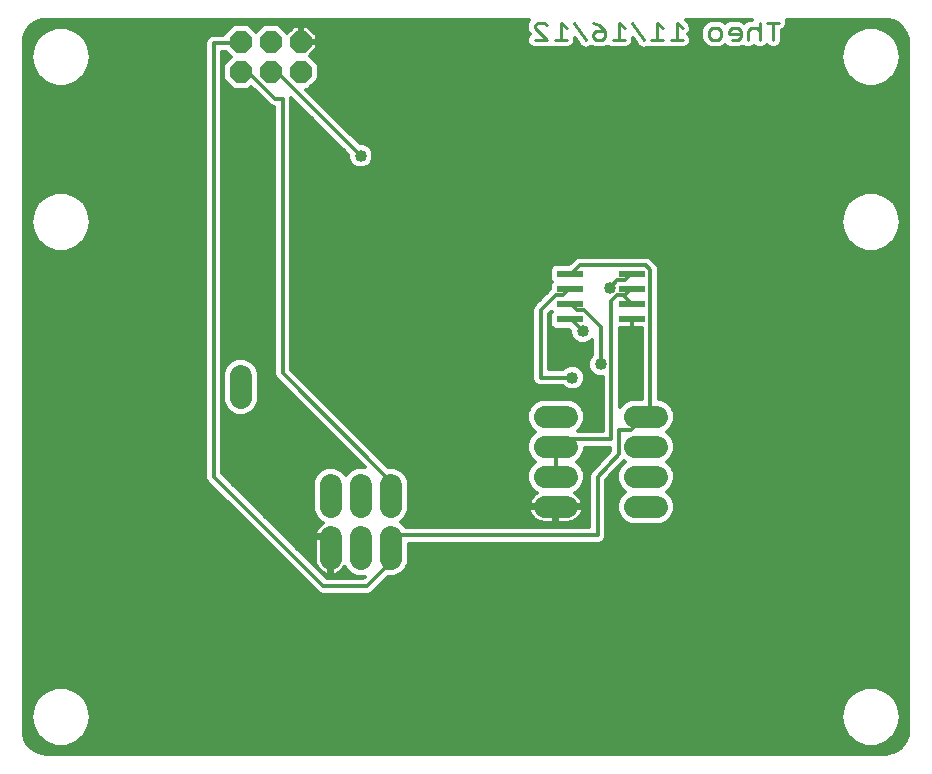
<source format=gbl>
G75*
G70*
%OFA0B0*%
%FSLAX24Y24*%
%IPPOS*%
%LPD*%
%AMOC8*
5,1,8,0,0,1.08239X$1,22.5*
%
%ADD10C,0.0110*%
%ADD11OC8,0.0740*%
%ADD12C,0.0740*%
%ADD13R,0.0870X0.0240*%
%ADD14C,0.0120*%
%ADD15C,0.0400*%
D10*
X023317Y025968D02*
X023710Y025968D01*
X023317Y026361D01*
X023317Y026460D01*
X023415Y026558D01*
X023612Y026558D01*
X023710Y026460D01*
X024158Y026558D02*
X024158Y025968D01*
X024355Y025968D02*
X023961Y025968D01*
X024355Y026361D02*
X024158Y026558D01*
X024606Y026558D02*
X025000Y025968D01*
X025250Y026066D02*
X025250Y026164D01*
X025349Y026263D01*
X025644Y026263D01*
X025644Y026066D01*
X025546Y025968D01*
X025349Y025968D01*
X025250Y026066D01*
X025447Y026460D02*
X025250Y026558D01*
X025447Y026460D02*
X025644Y026263D01*
X025895Y025968D02*
X026289Y025968D01*
X026092Y025968D02*
X026092Y026558D01*
X026289Y026361D01*
X026539Y026558D02*
X026933Y025968D01*
X027184Y025968D02*
X027578Y025968D01*
X027381Y025968D02*
X027381Y026558D01*
X027578Y026361D01*
X028025Y026558D02*
X028025Y025968D01*
X027829Y025968D02*
X028222Y025968D01*
X028222Y026361D02*
X028025Y026558D01*
X029118Y026263D02*
X029216Y026361D01*
X029413Y026361D01*
X029511Y026263D01*
X029511Y026066D01*
X029413Y025968D01*
X029216Y025968D01*
X029118Y026066D01*
X029118Y026263D01*
X029762Y026263D02*
X029762Y026164D01*
X030156Y026164D01*
X030156Y026066D02*
X030156Y026263D01*
X030057Y026361D01*
X029861Y026361D01*
X029762Y026263D01*
X029861Y025968D02*
X030057Y025968D01*
X030156Y026066D01*
X030407Y025968D02*
X030407Y026263D01*
X030505Y026361D01*
X030702Y026361D01*
X030800Y026263D01*
X030800Y026558D02*
X030800Y025968D01*
X031248Y025968D02*
X031248Y026558D01*
X031445Y026558D02*
X031051Y026558D01*
D11*
X015500Y025913D03*
X014500Y025913D03*
X013500Y025913D03*
X013500Y024913D03*
X014500Y024913D03*
X015500Y024913D03*
D12*
X013500Y014783D02*
X013500Y014043D01*
X016500Y011153D02*
X016500Y010413D01*
X017500Y010413D02*
X017500Y011153D01*
X018500Y011153D02*
X018500Y010413D01*
X018500Y009413D02*
X018500Y008673D01*
X017500Y008673D02*
X017500Y009413D01*
X016500Y009413D02*
X016500Y008673D01*
X023630Y010413D02*
X024370Y010413D01*
X024370Y011413D02*
X023630Y011413D01*
X023630Y012413D02*
X024370Y012413D01*
X024370Y013413D02*
X023630Y013413D01*
X026630Y013413D02*
X027370Y013413D01*
X027370Y012413D02*
X026630Y012413D01*
X026630Y011413D02*
X027370Y011413D01*
X027370Y010413D02*
X026630Y010413D01*
D13*
X026530Y016663D03*
X026530Y017163D03*
X026530Y017663D03*
X026530Y018163D03*
X024470Y018163D03*
X024470Y017663D03*
X024470Y017163D03*
X024470Y016663D03*
D14*
X006350Y002581D02*
X006484Y002396D01*
X006669Y002262D01*
X006886Y002192D01*
X007000Y002183D01*
X035000Y002183D01*
X035114Y002192D01*
X035331Y002262D01*
X035516Y002396D01*
X035650Y002581D01*
X035721Y002798D01*
X035730Y002913D01*
X035730Y025913D01*
X035721Y026027D01*
X035650Y026244D01*
X035516Y026429D01*
X035331Y026563D01*
X035114Y026634D01*
X035000Y026643D01*
X031708Y026643D01*
X031720Y026613D01*
X031720Y026503D01*
X031678Y026402D01*
X031601Y026325D01*
X031523Y026293D01*
X031523Y025913D01*
X031481Y025812D01*
X031404Y025735D01*
X031303Y025693D01*
X031193Y025693D01*
X031092Y025735D01*
X031024Y025803D01*
X030956Y025735D01*
X030855Y025693D01*
X030746Y025693D01*
X030645Y025735D01*
X030604Y025776D01*
X030563Y025735D01*
X030461Y025693D01*
X030352Y025693D01*
X030251Y025735D01*
X030232Y025753D01*
X030213Y025735D01*
X030112Y025693D01*
X029806Y025693D01*
X029705Y025735D01*
X029637Y025803D01*
X029569Y025735D01*
X029468Y025693D01*
X029161Y025693D01*
X029060Y025735D01*
X028962Y025833D01*
X028885Y025910D01*
X028843Y026011D01*
X028843Y026318D01*
X028885Y026419D01*
X028983Y026517D01*
X029060Y026594D01*
X029161Y026636D01*
X029468Y026636D01*
X029569Y026594D01*
X029637Y026526D01*
X029705Y026594D01*
X029806Y026636D01*
X030112Y026636D01*
X030213Y026594D01*
X030281Y026526D01*
X030349Y026594D01*
X030450Y026636D01*
X030535Y026636D01*
X030538Y026643D01*
X028330Y026643D01*
X028455Y026517D01*
X028497Y026416D01*
X028497Y026307D01*
X028455Y026206D01*
X028414Y026164D01*
X028455Y026123D01*
X028497Y026022D01*
X028497Y025913D01*
X028455Y025812D01*
X028378Y025735D01*
X028277Y025693D01*
X027774Y025693D01*
X027703Y025722D01*
X027632Y025693D01*
X027129Y025693D01*
X027060Y025721D01*
X027040Y025708D01*
X026933Y025687D01*
X026826Y025709D01*
X026735Y025770D01*
X026559Y026033D01*
X026564Y026022D01*
X026564Y025913D01*
X026522Y025812D01*
X026444Y025735D01*
X026343Y025693D01*
X025840Y025693D01*
X025739Y025735D01*
X025720Y025753D01*
X025701Y025735D01*
X025600Y025693D01*
X025294Y025693D01*
X025193Y025735D01*
X025174Y025753D01*
X025107Y025708D01*
X024999Y025687D01*
X024892Y025709D01*
X024801Y025770D01*
X024626Y026033D01*
X024630Y026022D01*
X024630Y025913D01*
X024588Y025812D01*
X024511Y025735D01*
X024410Y025693D01*
X023907Y025693D01*
X023836Y025722D01*
X023765Y025693D01*
X023262Y025693D01*
X023161Y025735D01*
X023084Y025812D01*
X023042Y025913D01*
X023042Y026022D01*
X023084Y026123D01*
X023125Y026164D01*
X023084Y026206D01*
X023042Y026307D01*
X023042Y026514D01*
X023066Y026573D01*
X023084Y026616D01*
X023111Y026643D01*
X007000Y026643D01*
X006886Y026634D01*
X006669Y026563D01*
X006484Y026429D01*
X006350Y026244D01*
X006279Y026027D01*
X006270Y025913D01*
X006270Y002913D01*
X006279Y002798D01*
X006350Y002581D01*
X006336Y002624D02*
X006900Y002624D01*
X006997Y002542D02*
X007325Y002423D01*
X007448Y002423D01*
X007675Y002423D01*
X008003Y002542D01*
X008270Y002766D01*
X008270Y002766D01*
X008270Y002766D01*
X008445Y003069D01*
X008505Y003413D01*
X008445Y003756D01*
X008270Y004059D01*
X008003Y004283D01*
X008003Y004283D01*
X007675Y004403D01*
X007325Y004403D01*
X006997Y004283D01*
X006730Y004059D01*
X006730Y004059D01*
X006730Y004059D01*
X006555Y003756D01*
X006495Y003413D01*
X006555Y003069D01*
X006730Y002766D01*
X006997Y002542D01*
X006997Y002542D01*
X007099Y002505D02*
X006405Y002505D01*
X006497Y002387D02*
X035503Y002387D01*
X035595Y002505D02*
X034901Y002505D01*
X035003Y002542D02*
X035003Y002542D01*
X035270Y002766D01*
X035270Y002766D01*
X035270Y002766D01*
X035445Y003069D01*
X035505Y003413D01*
X035445Y003756D01*
X035270Y004059D01*
X035003Y004283D01*
X035003Y004283D01*
X034675Y004403D01*
X034325Y004403D01*
X033997Y004283D01*
X033730Y004059D01*
X033730Y004059D01*
X033730Y004059D01*
X033555Y003756D01*
X033495Y003413D01*
X033555Y003069D01*
X033730Y002766D01*
X033997Y002542D01*
X033997Y002542D01*
X034325Y002423D01*
X034552Y002423D01*
X034675Y002423D01*
X035003Y002542D01*
X035100Y002624D02*
X035664Y002624D01*
X035703Y002742D02*
X035241Y002742D01*
X035324Y002861D02*
X035726Y002861D01*
X035730Y002979D02*
X035393Y002979D01*
X035445Y003069D02*
X035445Y003069D01*
X035450Y003098D02*
X035730Y003098D01*
X035730Y003216D02*
X035471Y003216D01*
X035492Y003335D02*
X035730Y003335D01*
X035730Y003453D02*
X035498Y003453D01*
X035505Y003413D02*
X035505Y003413D01*
X035477Y003572D02*
X035730Y003572D01*
X035730Y003690D02*
X035456Y003690D01*
X035445Y003756D02*
X035445Y003756D01*
X035415Y003809D02*
X035730Y003809D01*
X035730Y003927D02*
X035346Y003927D01*
X035278Y004046D02*
X035730Y004046D01*
X035730Y004164D02*
X035145Y004164D01*
X035270Y004059D02*
X035270Y004059D01*
X035003Y004283D02*
X035730Y004283D01*
X035730Y004401D02*
X034679Y004401D01*
X034321Y004401D02*
X007679Y004401D01*
X008003Y004283D02*
X033997Y004283D01*
X033997Y004283D01*
X033855Y004164D02*
X008145Y004164D01*
X008270Y004059D02*
X008270Y004059D01*
X008278Y004046D02*
X033722Y004046D01*
X033654Y003927D02*
X008346Y003927D01*
X008415Y003809D02*
X033585Y003809D01*
X033555Y003756D02*
X033555Y003756D01*
X033544Y003690D02*
X008456Y003690D01*
X008445Y003756D02*
X008445Y003756D01*
X008477Y003572D02*
X033523Y003572D01*
X033502Y003453D02*
X008498Y003453D01*
X008505Y003413D02*
X008505Y003413D01*
X008492Y003335D02*
X033508Y003335D01*
X033495Y003413D02*
X033495Y003413D01*
X033529Y003216D02*
X008471Y003216D01*
X008450Y003098D02*
X033550Y003098D01*
X033555Y003069D02*
X033555Y003069D01*
X033607Y002979D02*
X008393Y002979D01*
X008445Y003069D02*
X008445Y003069D01*
X008324Y002861D02*
X033676Y002861D01*
X033730Y002766D02*
X033730Y002766D01*
X033759Y002742D02*
X008241Y002742D01*
X008100Y002624D02*
X033900Y002624D01*
X034099Y002505D02*
X007901Y002505D01*
X008003Y002542D02*
X008003Y002542D01*
X006759Y002742D02*
X006297Y002742D01*
X006274Y002861D02*
X006676Y002861D01*
X006730Y002766D02*
X006730Y002766D01*
X006607Y002979D02*
X006270Y002979D01*
X006270Y003098D02*
X006550Y003098D01*
X006555Y003069D02*
X006555Y003069D01*
X006529Y003216D02*
X006270Y003216D01*
X006270Y003335D02*
X006508Y003335D01*
X006495Y003413D02*
X006495Y003413D01*
X006502Y003453D02*
X006270Y003453D01*
X006270Y003572D02*
X006523Y003572D01*
X006544Y003690D02*
X006270Y003690D01*
X006270Y003809D02*
X006585Y003809D01*
X006555Y003756D02*
X006555Y003756D01*
X006654Y003927D02*
X006270Y003927D01*
X006270Y004046D02*
X006722Y004046D01*
X006855Y004164D02*
X006270Y004164D01*
X006270Y004283D02*
X006997Y004283D01*
X006997Y004283D01*
X007321Y004401D02*
X006270Y004401D01*
X006270Y004520D02*
X035730Y004520D01*
X035730Y004638D02*
X006270Y004638D01*
X006270Y004757D02*
X035730Y004757D01*
X035730Y004875D02*
X006270Y004875D01*
X006270Y004994D02*
X035730Y004994D01*
X035730Y005112D02*
X006270Y005112D01*
X006270Y005231D02*
X035730Y005231D01*
X035730Y005349D02*
X006270Y005349D01*
X006270Y005468D02*
X035730Y005468D01*
X035730Y005586D02*
X006270Y005586D01*
X006270Y005705D02*
X035730Y005705D01*
X035730Y005823D02*
X006270Y005823D01*
X006270Y005942D02*
X035730Y005942D01*
X035730Y006060D02*
X006270Y006060D01*
X006270Y006179D02*
X035730Y006179D01*
X035730Y006297D02*
X006270Y006297D01*
X006270Y006416D02*
X035730Y006416D01*
X035730Y006534D02*
X006270Y006534D01*
X006270Y006653D02*
X035730Y006653D01*
X035730Y006771D02*
X006270Y006771D01*
X006270Y006890D02*
X035730Y006890D01*
X035730Y007008D02*
X006270Y007008D01*
X006270Y007127D02*
X035730Y007127D01*
X035730Y007245D02*
X006270Y007245D01*
X006270Y007364D02*
X035730Y007364D01*
X035730Y007482D02*
X006270Y007482D01*
X006270Y007601D02*
X016016Y007601D01*
X016091Y007525D02*
X016194Y007483D01*
X017756Y007483D01*
X017859Y007525D01*
X017937Y007604D01*
X018416Y008083D01*
X018617Y008083D01*
X018834Y008172D01*
X019000Y008338D01*
X019090Y008555D01*
X019090Y009183D01*
X025456Y009183D01*
X025559Y009225D01*
X025637Y009304D01*
X025680Y009407D01*
X025680Y011302D01*
X026272Y011936D01*
X026296Y011913D01*
X026130Y011747D01*
X026040Y011530D01*
X026040Y011295D01*
X026130Y011078D01*
X026296Y010913D01*
X026130Y010747D01*
X026040Y010530D01*
X026040Y010295D01*
X026130Y010078D01*
X026296Y009912D01*
X026513Y009823D01*
X027487Y009823D01*
X027704Y009912D01*
X027870Y010078D01*
X027960Y010295D01*
X027960Y010530D01*
X027870Y010747D01*
X027704Y010913D01*
X027870Y011078D01*
X027960Y011295D01*
X027960Y011530D01*
X027870Y011747D01*
X027704Y011913D01*
X027870Y012078D01*
X027960Y012295D01*
X027960Y012530D01*
X027870Y012747D01*
X027704Y012913D01*
X027870Y013078D01*
X027960Y013295D01*
X027960Y013530D01*
X027870Y013747D01*
X027704Y013913D01*
X027487Y014003D01*
X027430Y014003D01*
X027430Y018368D01*
X027387Y018471D01*
X027309Y018550D01*
X027159Y018700D01*
X027056Y018743D01*
X024744Y018743D01*
X024641Y018700D01*
X024563Y018621D01*
X024444Y018503D01*
X015180Y018503D01*
X015180Y018621D02*
X024563Y018621D01*
X024563Y018621D01*
X024444Y018503D02*
X023944Y018503D01*
X023815Y018374D01*
X023815Y017952D01*
X023854Y017913D01*
X023815Y017874D01*
X023815Y017674D01*
X023341Y017200D01*
X023263Y017121D01*
X023220Y017018D01*
X023220Y014657D01*
X023263Y014554D01*
X023341Y014475D01*
X023444Y014433D01*
X024236Y014433D01*
X024312Y014357D01*
X024466Y014293D01*
X024634Y014293D01*
X024788Y014357D01*
X024906Y014475D01*
X024970Y014629D01*
X024970Y014796D01*
X024906Y014951D01*
X024788Y015069D01*
X024634Y015133D01*
X024466Y015133D01*
X024312Y015069D01*
X024236Y014993D01*
X023780Y014993D01*
X023780Y016847D01*
X023850Y016917D01*
X023854Y016913D01*
X023815Y016874D01*
X023815Y016452D01*
X023944Y016323D01*
X024444Y016323D01*
X024480Y016287D01*
X024480Y016179D01*
X024544Y016025D01*
X024662Y015907D01*
X024816Y015843D01*
X024984Y015843D01*
X025138Y015907D01*
X025220Y015989D01*
X025220Y015477D01*
X025144Y015401D01*
X025080Y015246D01*
X025080Y015079D01*
X025144Y014925D01*
X025262Y014807D01*
X025416Y014743D01*
X025570Y014743D01*
X025570Y012943D01*
X024734Y012943D01*
X024870Y013078D01*
X024960Y013295D01*
X024960Y013530D01*
X024870Y013747D01*
X024704Y013913D01*
X024487Y014003D01*
X023513Y014003D01*
X023296Y013913D01*
X023130Y013747D01*
X023040Y013530D01*
X023040Y013295D01*
X023130Y013078D01*
X023296Y012913D01*
X023130Y012747D01*
X023040Y012530D01*
X023040Y012295D01*
X023130Y012078D01*
X023296Y011913D01*
X023130Y011747D01*
X023040Y011530D01*
X023040Y011295D01*
X023130Y011078D01*
X023296Y010912D01*
X023377Y010879D01*
X023352Y010866D01*
X023285Y010817D01*
X023226Y010758D01*
X023177Y010690D01*
X023139Y010616D01*
X023113Y010537D01*
X023101Y010463D01*
X023950Y010463D01*
X023950Y010363D01*
X023101Y010363D01*
X023113Y010289D01*
X023139Y010209D01*
X023177Y010135D01*
X023226Y010067D01*
X023285Y010008D01*
X023352Y009959D01*
X023427Y009921D01*
X023506Y009896D01*
X023588Y009883D01*
X023950Y009883D01*
X023950Y010363D01*
X024050Y010363D01*
X024050Y010463D01*
X024899Y010463D01*
X024887Y010537D01*
X024861Y010616D01*
X024823Y010690D01*
X024774Y010758D01*
X024715Y010817D01*
X024648Y010866D01*
X024623Y010879D01*
X024704Y010912D01*
X024870Y011078D01*
X024960Y011295D01*
X024960Y011530D01*
X024870Y011747D01*
X024704Y011913D01*
X024870Y012078D01*
X024960Y012295D01*
X024960Y012383D01*
X025820Y012383D01*
X025820Y012273D01*
X025199Y011607D01*
X025163Y011571D01*
X025161Y011567D01*
X025157Y011563D01*
X025139Y011515D01*
X025120Y011468D01*
X025120Y011463D01*
X025118Y011459D01*
X025120Y011408D01*
X025120Y009743D01*
X019002Y009743D01*
X019000Y009747D01*
X018834Y009913D01*
X019000Y010078D01*
X019090Y010295D01*
X019090Y011270D01*
X019000Y011487D01*
X018834Y011653D01*
X018617Y011743D01*
X018416Y011743D01*
X015180Y014979D01*
X015180Y024037D01*
X017080Y022137D01*
X017080Y022029D01*
X017144Y021875D01*
X017262Y021757D01*
X017416Y021693D01*
X017584Y021693D01*
X017738Y021757D01*
X017856Y021875D01*
X017920Y022029D01*
X017920Y022196D01*
X017856Y022351D01*
X017738Y022469D01*
X017584Y022533D01*
X017476Y022533D01*
X015686Y024323D01*
X015744Y024323D01*
X016090Y024668D01*
X016090Y025157D01*
X015792Y025455D01*
X016030Y025693D01*
X016030Y025873D01*
X015540Y025873D01*
X015540Y025953D01*
X015460Y025953D01*
X015460Y026443D01*
X015280Y026443D01*
X015042Y026205D01*
X015043Y026205D01*
X015042Y026205D02*
X014744Y026503D01*
X014256Y026503D01*
X014000Y026247D01*
X013744Y026503D01*
X013256Y026503D01*
X012910Y026157D01*
X012910Y026143D01*
X012544Y026143D01*
X012441Y026100D01*
X012363Y026021D01*
X012320Y025918D01*
X012320Y011357D01*
X012363Y011254D01*
X012441Y011175D01*
X016091Y007525D01*
X015898Y007719D02*
X006270Y007719D01*
X006270Y007838D02*
X015779Y007838D01*
X015661Y007956D02*
X006270Y007956D01*
X006270Y008075D02*
X015542Y008075D01*
X015424Y008193D02*
X006270Y008193D01*
X006270Y008312D02*
X015305Y008312D01*
X015187Y008430D02*
X006270Y008430D01*
X006270Y008549D02*
X015068Y008549D01*
X014950Y008667D02*
X006270Y008667D01*
X006270Y008786D02*
X014831Y008786D01*
X014713Y008904D02*
X006270Y008904D01*
X006270Y009023D02*
X014594Y009023D01*
X014476Y009141D02*
X006270Y009141D01*
X006270Y009260D02*
X014357Y009260D01*
X014239Y009378D02*
X006270Y009378D01*
X006270Y009497D02*
X014120Y009497D01*
X014002Y009615D02*
X006270Y009615D01*
X006270Y009734D02*
X013883Y009734D01*
X013765Y009852D02*
X006270Y009852D01*
X006270Y009971D02*
X013646Y009971D01*
X013528Y010089D02*
X006270Y010089D01*
X006270Y010208D02*
X013409Y010208D01*
X013291Y010326D02*
X006270Y010326D01*
X006270Y010445D02*
X013172Y010445D01*
X013054Y010563D02*
X006270Y010563D01*
X006270Y010682D02*
X012935Y010682D01*
X012817Y010800D02*
X006270Y010800D01*
X006270Y010919D02*
X012698Y010919D01*
X012580Y011037D02*
X006270Y011037D01*
X006270Y011156D02*
X012461Y011156D01*
X012354Y011274D02*
X006270Y011274D01*
X006270Y011393D02*
X012320Y011393D01*
X012320Y011511D02*
X006270Y011511D01*
X006270Y011630D02*
X012320Y011630D01*
X012320Y011748D02*
X006270Y011748D01*
X006270Y011867D02*
X012320Y011867D01*
X012320Y011985D02*
X006270Y011985D01*
X006270Y012104D02*
X012320Y012104D01*
X012320Y012222D02*
X006270Y012222D01*
X006270Y012341D02*
X012320Y012341D01*
X012320Y012459D02*
X006270Y012459D01*
X006270Y012578D02*
X012320Y012578D01*
X012320Y012696D02*
X006270Y012696D01*
X006270Y012815D02*
X012320Y012815D01*
X012320Y012933D02*
X006270Y012933D01*
X006270Y013052D02*
X012320Y013052D01*
X012320Y013170D02*
X006270Y013170D01*
X006270Y013289D02*
X012320Y013289D01*
X012320Y013407D02*
X006270Y013407D01*
X006270Y013526D02*
X012320Y013526D01*
X012320Y013644D02*
X006270Y013644D01*
X006270Y013763D02*
X012320Y013763D01*
X012320Y013881D02*
X006270Y013881D01*
X006270Y014000D02*
X012320Y014000D01*
X012320Y014118D02*
X006270Y014118D01*
X006270Y014237D02*
X012320Y014237D01*
X012320Y014355D02*
X006270Y014355D01*
X006270Y014474D02*
X012320Y014474D01*
X012320Y014592D02*
X006270Y014592D01*
X006270Y014711D02*
X012320Y014711D01*
X012320Y014829D02*
X006270Y014829D01*
X006270Y014948D02*
X012320Y014948D01*
X012320Y015066D02*
X006270Y015066D01*
X006270Y015185D02*
X012320Y015185D01*
X012320Y015303D02*
X006270Y015303D01*
X006270Y015422D02*
X012320Y015422D01*
X012320Y015540D02*
X006270Y015540D01*
X006270Y015659D02*
X012320Y015659D01*
X012320Y015777D02*
X006270Y015777D01*
X006270Y015896D02*
X012320Y015896D01*
X012320Y016014D02*
X006270Y016014D01*
X006270Y016133D02*
X012320Y016133D01*
X012320Y016251D02*
X006270Y016251D01*
X006270Y016370D02*
X012320Y016370D01*
X012320Y016488D02*
X006270Y016488D01*
X006270Y016607D02*
X012320Y016607D01*
X012320Y016725D02*
X006270Y016725D01*
X006270Y016844D02*
X012320Y016844D01*
X012320Y016962D02*
X006270Y016962D01*
X006270Y017081D02*
X012320Y017081D01*
X012320Y017199D02*
X006270Y017199D01*
X006270Y017318D02*
X012320Y017318D01*
X012320Y017436D02*
X006270Y017436D01*
X006270Y017555D02*
X012320Y017555D01*
X012320Y017673D02*
X006270Y017673D01*
X006270Y017792D02*
X012320Y017792D01*
X012320Y017910D02*
X006270Y017910D01*
X006270Y018029D02*
X012320Y018029D01*
X012320Y018147D02*
X006270Y018147D01*
X006270Y018266D02*
X012320Y018266D01*
X012320Y018384D02*
X006270Y018384D01*
X006270Y018503D02*
X012320Y018503D01*
X012320Y018621D02*
X006270Y018621D01*
X006270Y018740D02*
X012320Y018740D01*
X012320Y018858D02*
X006270Y018858D01*
X006270Y018977D02*
X007177Y018977D01*
X007325Y018923D02*
X006997Y019042D01*
X006997Y019042D01*
X006730Y019266D01*
X006730Y019266D01*
X006555Y019569D01*
X006270Y019569D01*
X006270Y019451D02*
X006624Y019451D01*
X006555Y019569D02*
X006555Y019569D01*
X006495Y019913D01*
X006495Y019913D01*
X006555Y020256D01*
X006555Y020256D01*
X006730Y020559D01*
X006730Y020559D01*
X006997Y020783D01*
X006997Y020783D01*
X007325Y020903D01*
X007675Y020903D01*
X008003Y020783D01*
X008003Y020783D01*
X008270Y020559D01*
X008270Y020559D01*
X008445Y020256D01*
X008445Y020256D01*
X008505Y019913D01*
X008505Y019913D01*
X008445Y019569D01*
X012320Y019569D01*
X012320Y019451D02*
X008376Y019451D01*
X008445Y019569D02*
X008445Y019569D01*
X008270Y019266D01*
X008270Y019266D01*
X008270Y019266D01*
X008003Y019042D01*
X008003Y019042D01*
X007675Y018923D01*
X007448Y018923D01*
X007325Y018923D01*
X006934Y019095D02*
X006270Y019095D01*
X006270Y019214D02*
X006793Y019214D01*
X006692Y019332D02*
X006270Y019332D01*
X006270Y019688D02*
X006534Y019688D01*
X006513Y019806D02*
X006270Y019806D01*
X006270Y019925D02*
X006497Y019925D01*
X006518Y020043D02*
X006270Y020043D01*
X006270Y020162D02*
X006539Y020162D01*
X006569Y020280D02*
X006270Y020280D01*
X006270Y020399D02*
X006637Y020399D01*
X006706Y020517D02*
X006270Y020517D01*
X006270Y020636D02*
X006822Y020636D01*
X006730Y020559D02*
X006730Y020559D01*
X006963Y020754D02*
X006270Y020754D01*
X006270Y020873D02*
X007243Y020873D01*
X007757Y020873D02*
X012320Y020873D01*
X012320Y020991D02*
X006270Y020991D01*
X006270Y021110D02*
X012320Y021110D01*
X012320Y021228D02*
X006270Y021228D01*
X006270Y021347D02*
X012320Y021347D01*
X012320Y021465D02*
X006270Y021465D01*
X006270Y021584D02*
X012320Y021584D01*
X012320Y021702D02*
X006270Y021702D01*
X006270Y021821D02*
X012320Y021821D01*
X012320Y021939D02*
X006270Y021939D01*
X006270Y022058D02*
X012320Y022058D01*
X012320Y022176D02*
X006270Y022176D01*
X006270Y022295D02*
X012320Y022295D01*
X012320Y022413D02*
X006270Y022413D01*
X006270Y022532D02*
X012320Y022532D01*
X012320Y022650D02*
X006270Y022650D01*
X006270Y022769D02*
X012320Y022769D01*
X012320Y022887D02*
X006270Y022887D01*
X006270Y023006D02*
X012320Y023006D01*
X012320Y023124D02*
X006270Y023124D01*
X006270Y023243D02*
X012320Y023243D01*
X012320Y023361D02*
X006270Y023361D01*
X006270Y023480D02*
X012320Y023480D01*
X012320Y023598D02*
X006270Y023598D01*
X006270Y023717D02*
X012320Y023717D01*
X012320Y023835D02*
X006270Y023835D01*
X006270Y023954D02*
X012320Y023954D01*
X012320Y024072D02*
X006270Y024072D01*
X006270Y024191D02*
X012320Y024191D01*
X012320Y024309D02*
X006270Y024309D01*
X006270Y024428D02*
X007312Y024428D01*
X007325Y024423D02*
X007448Y024423D01*
X007675Y024423D01*
X008003Y024542D01*
X008270Y024766D01*
X008270Y024766D01*
X008270Y024766D01*
X008445Y025069D01*
X008505Y025413D01*
X008445Y025756D01*
X008270Y026059D01*
X008003Y026283D01*
X007675Y026403D01*
X007325Y026403D01*
X006997Y026283D01*
X006730Y026059D01*
X006730Y026059D01*
X006730Y026059D01*
X006555Y025756D01*
X006495Y025413D01*
X006555Y025069D01*
X006730Y024766D01*
X006997Y024542D01*
X006997Y024542D01*
X007325Y024423D01*
X006992Y024546D02*
X006270Y024546D01*
X006270Y024665D02*
X006851Y024665D01*
X006730Y024766D02*
X006730Y024766D01*
X006720Y024783D02*
X006270Y024783D01*
X006270Y024902D02*
X006652Y024902D01*
X006583Y025020D02*
X006270Y025020D01*
X006270Y025139D02*
X006543Y025139D01*
X006555Y025069D02*
X006555Y025069D01*
X006522Y025257D02*
X006270Y025257D01*
X006270Y025376D02*
X006501Y025376D01*
X006495Y025413D02*
X006495Y025413D01*
X006509Y025494D02*
X006270Y025494D01*
X006270Y025613D02*
X006530Y025613D01*
X006551Y025731D02*
X006270Y025731D01*
X006270Y025850D02*
X006609Y025850D01*
X006555Y025756D02*
X006555Y025756D01*
X006678Y025968D02*
X006274Y025968D01*
X006298Y026087D02*
X006763Y026087D01*
X006904Y026205D02*
X006337Y026205D01*
X006407Y026324D02*
X007109Y026324D01*
X006997Y026283D02*
X006997Y026283D01*
X006665Y026561D02*
X023061Y026561D01*
X023042Y026442D02*
X015720Y026442D01*
X015720Y026443D02*
X015540Y026443D01*
X015540Y025953D01*
X016030Y025953D01*
X016030Y026132D01*
X015720Y026443D01*
X015838Y026324D02*
X023042Y026324D01*
X023084Y026205D02*
X015957Y026205D01*
X016030Y026087D02*
X023068Y026087D01*
X023042Y025968D02*
X016030Y025968D01*
X016030Y025850D02*
X023068Y025850D01*
X023169Y025731D02*
X016030Y025731D01*
X015950Y025613D02*
X033530Y025613D01*
X033551Y025731D02*
X031396Y025731D01*
X031497Y025850D02*
X033609Y025850D01*
X033555Y025756D02*
X033555Y025756D01*
X033495Y025413D01*
X033555Y025069D01*
X033730Y024766D01*
X033997Y024542D01*
X033997Y024542D01*
X034325Y024423D01*
X034448Y024423D01*
X034675Y024423D01*
X035003Y024542D01*
X035270Y024766D01*
X035270Y024766D01*
X035270Y024766D01*
X035445Y025069D01*
X035505Y025413D01*
X035445Y025756D01*
X035270Y026059D01*
X035003Y026283D01*
X035003Y026283D01*
X034675Y026403D01*
X034325Y026403D01*
X033997Y026283D01*
X033730Y026059D01*
X033730Y026059D01*
X033730Y026059D01*
X033555Y025756D01*
X033678Y025968D02*
X031523Y025968D01*
X031523Y026087D02*
X033763Y026087D01*
X033904Y026205D02*
X031523Y026205D01*
X031598Y026324D02*
X034109Y026324D01*
X033997Y026283D02*
X033997Y026283D01*
X034891Y026324D02*
X035593Y026324D01*
X035663Y026205D02*
X035096Y026205D01*
X035237Y026087D02*
X035702Y026087D01*
X035726Y025968D02*
X035322Y025968D01*
X035270Y026059D02*
X035270Y026059D01*
X035391Y025850D02*
X035730Y025850D01*
X035730Y025731D02*
X035449Y025731D01*
X035445Y025756D02*
X035445Y025756D01*
X035470Y025613D02*
X035730Y025613D01*
X035730Y025494D02*
X035491Y025494D01*
X035505Y025413D02*
X035505Y025413D01*
X035499Y025376D02*
X035730Y025376D01*
X035730Y025257D02*
X035478Y025257D01*
X035457Y025139D02*
X035730Y025139D01*
X035730Y025020D02*
X035417Y025020D01*
X035445Y025069D02*
X035445Y025069D01*
X035348Y024902D02*
X035730Y024902D01*
X035730Y024783D02*
X035280Y024783D01*
X035149Y024665D02*
X035730Y024665D01*
X035730Y024546D02*
X035008Y024546D01*
X035003Y024542D02*
X035003Y024542D01*
X034688Y024428D02*
X035730Y024428D01*
X035730Y024309D02*
X015699Y024309D01*
X015818Y024191D02*
X035730Y024191D01*
X035730Y024072D02*
X015936Y024072D01*
X016055Y023954D02*
X035730Y023954D01*
X035730Y023835D02*
X016173Y023835D01*
X016292Y023717D02*
X035730Y023717D01*
X035730Y023598D02*
X016410Y023598D01*
X016529Y023480D02*
X035730Y023480D01*
X035730Y023361D02*
X016647Y023361D01*
X016766Y023243D02*
X035730Y023243D01*
X035730Y023124D02*
X016884Y023124D01*
X017003Y023006D02*
X035730Y023006D01*
X035730Y022887D02*
X017121Y022887D01*
X017240Y022769D02*
X035730Y022769D01*
X035730Y022650D02*
X017358Y022650D01*
X017586Y022532D02*
X035730Y022532D01*
X035730Y022413D02*
X017793Y022413D01*
X017879Y022295D02*
X035730Y022295D01*
X035730Y022176D02*
X017920Y022176D01*
X017920Y022058D02*
X035730Y022058D01*
X035730Y021939D02*
X017883Y021939D01*
X017802Y021821D02*
X035730Y021821D01*
X035730Y021702D02*
X017607Y021702D01*
X017393Y021702D02*
X015180Y021702D01*
X015180Y021584D02*
X035730Y021584D01*
X035730Y021465D02*
X015180Y021465D01*
X015180Y021347D02*
X035730Y021347D01*
X035730Y021228D02*
X015180Y021228D01*
X015180Y021110D02*
X035730Y021110D01*
X035730Y020991D02*
X015180Y020991D01*
X015180Y020873D02*
X034243Y020873D01*
X034325Y020903D02*
X033997Y020783D01*
X033730Y020559D01*
X033730Y020559D01*
X033730Y020559D01*
X033555Y020256D01*
X033495Y019913D01*
X033555Y019569D01*
X015180Y019569D01*
X015180Y019451D02*
X033624Y019451D01*
X033555Y019569D02*
X033730Y019266D01*
X033997Y019042D01*
X033997Y019042D01*
X034325Y018923D01*
X034552Y018923D01*
X034675Y018923D01*
X035003Y019042D01*
X035270Y019266D01*
X035270Y019266D01*
X035270Y019266D01*
X035445Y019569D01*
X035730Y019569D01*
X035730Y019451D02*
X035376Y019451D01*
X035445Y019569D02*
X035445Y019569D01*
X035505Y019913D01*
X035445Y020256D01*
X035270Y020559D01*
X035003Y020783D01*
X035003Y020783D01*
X034675Y020903D01*
X034325Y020903D01*
X033997Y020783D02*
X033997Y020783D01*
X033963Y020754D02*
X015180Y020754D01*
X015180Y020636D02*
X033822Y020636D01*
X033706Y020517D02*
X015180Y020517D01*
X015180Y020399D02*
X033637Y020399D01*
X033569Y020280D02*
X015180Y020280D01*
X015180Y020162D02*
X033539Y020162D01*
X033555Y020256D02*
X033555Y020256D01*
X033518Y020043D02*
X015180Y020043D01*
X015180Y019925D02*
X033497Y019925D01*
X033495Y019913D02*
X033495Y019913D01*
X033513Y019806D02*
X015180Y019806D01*
X015180Y019688D02*
X033534Y019688D01*
X033555Y019569D02*
X033555Y019569D01*
X033692Y019332D02*
X015180Y019332D01*
X015180Y019214D02*
X033793Y019214D01*
X033730Y019266D02*
X033730Y019266D01*
X033934Y019095D02*
X015180Y019095D01*
X015180Y018977D02*
X034177Y018977D01*
X034675Y018923D02*
X034675Y018923D01*
X034823Y018977D02*
X035730Y018977D01*
X035730Y019095D02*
X035066Y019095D01*
X035003Y019042D02*
X035003Y019042D01*
X035207Y019214D02*
X035730Y019214D01*
X035730Y019332D02*
X035308Y019332D01*
X035466Y019688D02*
X035730Y019688D01*
X035730Y019806D02*
X035486Y019806D01*
X035505Y019913D02*
X035505Y019913D01*
X035503Y019925D02*
X035730Y019925D01*
X035730Y020043D02*
X035482Y020043D01*
X035461Y020162D02*
X035730Y020162D01*
X035730Y020280D02*
X035431Y020280D01*
X035445Y020256D02*
X035445Y020256D01*
X035363Y020399D02*
X035730Y020399D01*
X035730Y020517D02*
X035294Y020517D01*
X035270Y020559D02*
X035270Y020559D01*
X035178Y020636D02*
X035730Y020636D01*
X035730Y020754D02*
X035037Y020754D01*
X034757Y020873D02*
X035730Y020873D01*
X035730Y018858D02*
X015180Y018858D01*
X015180Y018740D02*
X024737Y018740D01*
X024800Y018463D02*
X027000Y018463D01*
X027150Y018313D01*
X027150Y013413D01*
X027000Y013413D01*
X026950Y013413D01*
X026500Y012963D01*
X026100Y012963D01*
X026100Y012163D01*
X025400Y011413D01*
X025400Y009463D01*
X018500Y009463D01*
X018500Y009413D01*
X018500Y008363D01*
X018300Y008363D01*
X017700Y007763D01*
X016250Y007763D01*
X012600Y011413D01*
X012600Y025863D01*
X013450Y025863D01*
X013500Y025913D01*
X013923Y026324D02*
X014077Y026324D01*
X014195Y026442D02*
X013805Y026442D01*
X013195Y026442D02*
X006502Y026442D01*
X007891Y026324D02*
X013077Y026324D01*
X012958Y026205D02*
X008096Y026205D01*
X008003Y026283D02*
X008003Y026283D01*
X008237Y026087D02*
X012428Y026087D01*
X012341Y025968D02*
X008322Y025968D01*
X008270Y026059D02*
X008270Y026059D01*
X008391Y025850D02*
X012320Y025850D01*
X012320Y025731D02*
X008449Y025731D01*
X008445Y025756D02*
X008445Y025756D01*
X008470Y025613D02*
X012320Y025613D01*
X012320Y025494D02*
X008491Y025494D01*
X008505Y025413D02*
X008505Y025413D01*
X008499Y025376D02*
X012320Y025376D01*
X012320Y025257D02*
X008478Y025257D01*
X008457Y025139D02*
X012320Y025139D01*
X012320Y025020D02*
X008417Y025020D01*
X008445Y025069D02*
X008445Y025069D01*
X008348Y024902D02*
X012320Y024902D01*
X012320Y024783D02*
X008280Y024783D01*
X008149Y024665D02*
X012320Y024665D01*
X012320Y024546D02*
X008008Y024546D01*
X008003Y024542D02*
X008003Y024542D01*
X007688Y024428D02*
X012320Y024428D01*
X012880Y024428D02*
X013151Y024428D01*
X013256Y024323D02*
X013744Y024323D01*
X013844Y024422D01*
X014491Y023775D01*
X014594Y023733D01*
X014620Y023733D01*
X014620Y014807D01*
X014663Y014704D01*
X014741Y014625D01*
X017629Y011738D01*
X017617Y011743D01*
X017383Y011743D01*
X017166Y011653D01*
X017000Y011487D01*
X016834Y011653D01*
X016617Y011743D01*
X016383Y011743D01*
X016166Y011653D01*
X016000Y011487D01*
X015910Y011270D01*
X015910Y010295D01*
X016000Y010078D01*
X016166Y009912D01*
X016247Y009879D01*
X016222Y009866D01*
X016155Y009817D01*
X016096Y009758D01*
X016047Y009690D01*
X016009Y009616D01*
X015983Y009537D01*
X015971Y009463D01*
X016450Y009463D01*
X016450Y009363D01*
X015970Y009363D01*
X015970Y008631D01*
X015983Y008549D01*
X015860Y008549D01*
X015983Y008549D02*
X016009Y008469D01*
X016047Y008395D01*
X016096Y008327D01*
X016155Y008268D01*
X016222Y008219D01*
X016297Y008181D01*
X016376Y008156D01*
X016450Y008144D01*
X016450Y009363D01*
X016550Y009363D01*
X016550Y008144D01*
X016624Y008156D01*
X016703Y008181D01*
X016778Y008219D01*
X016845Y008268D01*
X016904Y008327D01*
X016953Y008395D01*
X016966Y008420D01*
X017000Y008338D01*
X017166Y008172D01*
X017383Y008083D01*
X017617Y008083D01*
X017629Y008087D01*
X017584Y008043D01*
X016366Y008043D01*
X012880Y011529D01*
X012880Y025583D01*
X012996Y025583D01*
X013166Y025413D01*
X012910Y025157D01*
X012910Y024668D01*
X013256Y024323D01*
X013032Y024546D02*
X012880Y024546D01*
X012880Y024665D02*
X012914Y024665D01*
X012910Y024783D02*
X012880Y024783D01*
X012880Y024902D02*
X012910Y024902D01*
X012910Y025020D02*
X012880Y025020D01*
X012880Y025139D02*
X012910Y025139D01*
X012880Y025257D02*
X013010Y025257D01*
X013129Y025376D02*
X012880Y025376D01*
X012880Y025494D02*
X013084Y025494D01*
X013500Y024913D02*
X013750Y024913D01*
X014650Y024013D01*
X014900Y024013D01*
X014900Y014863D01*
X018350Y011413D01*
X018500Y011413D01*
X018500Y010413D01*
X019054Y010208D02*
X023140Y010208D01*
X023107Y010326D02*
X019090Y010326D01*
X019090Y010445D02*
X023950Y010445D01*
X024050Y010445D02*
X025120Y010445D01*
X025120Y010563D02*
X024878Y010563D01*
X024828Y010682D02*
X025120Y010682D01*
X025120Y010800D02*
X024732Y010800D01*
X024710Y010919D02*
X025120Y010919D01*
X025120Y011037D02*
X024829Y011037D01*
X024902Y011156D02*
X025120Y011156D01*
X025120Y011274D02*
X024951Y011274D01*
X024960Y011393D02*
X025120Y011393D01*
X025138Y011511D02*
X024960Y011511D01*
X024919Y011630D02*
X025220Y011630D01*
X025330Y011748D02*
X024869Y011748D01*
X024750Y011867D02*
X025441Y011867D01*
X025551Y011985D02*
X024777Y011985D01*
X024881Y012104D02*
X025662Y012104D01*
X025773Y012222D02*
X024930Y012222D01*
X024960Y012341D02*
X025820Y012341D01*
X026207Y011867D02*
X026250Y011867D01*
X026131Y011748D02*
X026096Y011748D01*
X026081Y011630D02*
X025986Y011630D01*
X026040Y011511D02*
X025875Y011511D01*
X025764Y011393D02*
X026040Y011393D01*
X026049Y011274D02*
X025680Y011274D01*
X025680Y011156D02*
X026098Y011156D01*
X026171Y011037D02*
X025680Y011037D01*
X025680Y010919D02*
X026290Y010919D01*
X026183Y010800D02*
X025680Y010800D01*
X025680Y010682D02*
X026103Y010682D01*
X026054Y010563D02*
X025680Y010563D01*
X025680Y010445D02*
X026040Y010445D01*
X026040Y010326D02*
X025680Y010326D01*
X025680Y010208D02*
X026076Y010208D01*
X026125Y010089D02*
X025680Y010089D01*
X025680Y009971D02*
X026238Y009971D01*
X026441Y009852D02*
X025680Y009852D01*
X025680Y009734D02*
X035730Y009734D01*
X035730Y009852D02*
X027559Y009852D01*
X027762Y009971D02*
X035730Y009971D01*
X035730Y010089D02*
X027875Y010089D01*
X027924Y010208D02*
X035730Y010208D01*
X035730Y010326D02*
X027960Y010326D01*
X027960Y010445D02*
X035730Y010445D01*
X035730Y010563D02*
X027946Y010563D01*
X027897Y010682D02*
X035730Y010682D01*
X035730Y010800D02*
X027817Y010800D01*
X027710Y010919D02*
X035730Y010919D01*
X035730Y011037D02*
X027829Y011037D01*
X027902Y011156D02*
X035730Y011156D01*
X035730Y011274D02*
X027951Y011274D01*
X027960Y011393D02*
X035730Y011393D01*
X035730Y011511D02*
X027960Y011511D01*
X027919Y011630D02*
X035730Y011630D01*
X035730Y011748D02*
X027869Y011748D01*
X027750Y011867D02*
X035730Y011867D01*
X035730Y011985D02*
X027777Y011985D01*
X027881Y012104D02*
X035730Y012104D01*
X035730Y012222D02*
X027930Y012222D01*
X027960Y012341D02*
X035730Y012341D01*
X035730Y012459D02*
X027960Y012459D01*
X027940Y012578D02*
X035730Y012578D01*
X035730Y012696D02*
X027891Y012696D01*
X027802Y012815D02*
X035730Y012815D01*
X035730Y012933D02*
X027725Y012933D01*
X027843Y013052D02*
X035730Y013052D01*
X035730Y013170D02*
X027908Y013170D01*
X027957Y013289D02*
X035730Y013289D01*
X035730Y013407D02*
X027960Y013407D01*
X027960Y013526D02*
X035730Y013526D01*
X035730Y013644D02*
X027913Y013644D01*
X027854Y013763D02*
X035730Y013763D01*
X035730Y013881D02*
X027736Y013881D01*
X027495Y014000D02*
X035730Y014000D01*
X035730Y014118D02*
X027430Y014118D01*
X027430Y014237D02*
X035730Y014237D01*
X035730Y014355D02*
X027430Y014355D01*
X027430Y014474D02*
X035730Y014474D01*
X035730Y014592D02*
X027430Y014592D01*
X027430Y014711D02*
X035730Y014711D01*
X035730Y014829D02*
X027430Y014829D01*
X027430Y014948D02*
X035730Y014948D01*
X035730Y015066D02*
X027430Y015066D01*
X027430Y015185D02*
X035730Y015185D01*
X035730Y015303D02*
X027430Y015303D01*
X027430Y015422D02*
X035730Y015422D01*
X035730Y015540D02*
X027430Y015540D01*
X027430Y015659D02*
X035730Y015659D01*
X035730Y015777D02*
X027430Y015777D01*
X027430Y015896D02*
X035730Y015896D01*
X035730Y016014D02*
X027430Y016014D01*
X027430Y016133D02*
X035730Y016133D01*
X035730Y016251D02*
X027430Y016251D01*
X027430Y016370D02*
X035730Y016370D01*
X035730Y016488D02*
X027430Y016488D01*
X027430Y016607D02*
X035730Y016607D01*
X035730Y016725D02*
X027430Y016725D01*
X027430Y016844D02*
X035730Y016844D01*
X035730Y016962D02*
X027430Y016962D01*
X027430Y017081D02*
X035730Y017081D01*
X035730Y017199D02*
X027430Y017199D01*
X027430Y017318D02*
X035730Y017318D01*
X035730Y017436D02*
X027430Y017436D01*
X027430Y017555D02*
X035730Y017555D01*
X035730Y017673D02*
X027430Y017673D01*
X027430Y017792D02*
X035730Y017792D01*
X035730Y017910D02*
X027430Y017910D01*
X027430Y018029D02*
X035730Y018029D01*
X035730Y018147D02*
X027430Y018147D01*
X027430Y018266D02*
X035730Y018266D01*
X035730Y018384D02*
X027423Y018384D01*
X027356Y018503D02*
X035730Y018503D01*
X035730Y018621D02*
X027237Y018621D01*
X027063Y018740D02*
X035730Y018740D01*
X034312Y024428D02*
X015849Y024428D01*
X015968Y024546D02*
X033992Y024546D01*
X033851Y024665D02*
X016086Y024665D01*
X016090Y024783D02*
X033720Y024783D01*
X033730Y024766D02*
X033730Y024766D01*
X033652Y024902D02*
X016090Y024902D01*
X016090Y025020D02*
X033583Y025020D01*
X033555Y025069D02*
X033555Y025069D01*
X033543Y025139D02*
X016090Y025139D01*
X015990Y025257D02*
X033522Y025257D01*
X033501Y025376D02*
X015871Y025376D01*
X015831Y025494D02*
X033509Y025494D01*
X033495Y025413D02*
X033495Y025413D01*
X031695Y026442D02*
X035498Y026442D01*
X035335Y026561D02*
X031720Y026561D01*
X031100Y025731D02*
X030948Y025731D01*
X030653Y025731D02*
X030555Y025731D01*
X030259Y025731D02*
X030205Y025731D01*
X029713Y025731D02*
X029561Y025731D01*
X029068Y025731D02*
X028370Y025731D01*
X028471Y025850D02*
X028945Y025850D01*
X028861Y025968D02*
X028497Y025968D01*
X028471Y026087D02*
X028843Y026087D01*
X028843Y026205D02*
X028455Y026205D01*
X028497Y026324D02*
X028845Y026324D01*
X028908Y026442D02*
X028486Y026442D01*
X028412Y026561D02*
X029027Y026561D01*
X029602Y026561D02*
X029671Y026561D01*
X030247Y026561D02*
X030316Y026561D01*
X026792Y025731D02*
X026436Y025731D01*
X026537Y025850D02*
X026681Y025850D01*
X026602Y025968D02*
X026564Y025968D01*
X025747Y025731D02*
X025693Y025731D01*
X025201Y025731D02*
X025141Y025731D01*
X024858Y025731D02*
X024503Y025731D01*
X024604Y025850D02*
X024748Y025850D01*
X024669Y025968D02*
X024630Y025968D01*
X017500Y022113D02*
X014700Y024913D01*
X014500Y024913D01*
X013957Y024309D02*
X012880Y024309D01*
X012880Y024191D02*
X014076Y024191D01*
X014194Y024072D02*
X012880Y024072D01*
X012880Y023954D02*
X014313Y023954D01*
X014431Y023835D02*
X012880Y023835D01*
X012880Y023717D02*
X014620Y023717D01*
X014620Y023598D02*
X012880Y023598D01*
X012880Y023480D02*
X014620Y023480D01*
X014620Y023361D02*
X012880Y023361D01*
X012880Y023243D02*
X014620Y023243D01*
X014620Y023124D02*
X012880Y023124D01*
X012880Y023006D02*
X014620Y023006D01*
X014620Y022887D02*
X012880Y022887D01*
X012880Y022769D02*
X014620Y022769D01*
X014620Y022650D02*
X012880Y022650D01*
X012880Y022532D02*
X014620Y022532D01*
X014620Y022413D02*
X012880Y022413D01*
X012880Y022295D02*
X014620Y022295D01*
X014620Y022176D02*
X012880Y022176D01*
X012880Y022058D02*
X014620Y022058D01*
X014620Y021939D02*
X012880Y021939D01*
X012880Y021821D02*
X014620Y021821D01*
X014620Y021702D02*
X012880Y021702D01*
X012880Y021584D02*
X014620Y021584D01*
X014620Y021465D02*
X012880Y021465D01*
X012880Y021347D02*
X014620Y021347D01*
X014620Y021228D02*
X012880Y021228D01*
X012880Y021110D02*
X014620Y021110D01*
X014620Y020991D02*
X012880Y020991D01*
X012880Y020873D02*
X014620Y020873D01*
X014620Y020754D02*
X012880Y020754D01*
X012880Y020636D02*
X014620Y020636D01*
X014620Y020517D02*
X012880Y020517D01*
X012880Y020399D02*
X014620Y020399D01*
X014620Y020280D02*
X012880Y020280D01*
X012880Y020162D02*
X014620Y020162D01*
X014620Y020043D02*
X012880Y020043D01*
X012880Y019925D02*
X014620Y019925D01*
X014620Y019806D02*
X012880Y019806D01*
X012880Y019688D02*
X014620Y019688D01*
X014620Y019569D02*
X012880Y019569D01*
X012880Y019451D02*
X014620Y019451D01*
X014620Y019332D02*
X012880Y019332D01*
X012880Y019214D02*
X014620Y019214D01*
X014620Y019095D02*
X012880Y019095D01*
X012880Y018977D02*
X014620Y018977D01*
X014620Y018858D02*
X012880Y018858D01*
X012880Y018740D02*
X014620Y018740D01*
X014620Y018621D02*
X012880Y018621D01*
X012880Y018503D02*
X014620Y018503D01*
X014620Y018384D02*
X012880Y018384D01*
X012880Y018266D02*
X014620Y018266D01*
X014620Y018147D02*
X012880Y018147D01*
X012880Y018029D02*
X014620Y018029D01*
X014620Y017910D02*
X012880Y017910D01*
X012880Y017792D02*
X014620Y017792D01*
X014620Y017673D02*
X012880Y017673D01*
X012880Y017555D02*
X014620Y017555D01*
X014620Y017436D02*
X012880Y017436D01*
X012880Y017318D02*
X014620Y017318D01*
X014620Y017199D02*
X012880Y017199D01*
X012880Y017081D02*
X014620Y017081D01*
X014620Y016962D02*
X012880Y016962D01*
X012880Y016844D02*
X014620Y016844D01*
X014620Y016725D02*
X012880Y016725D01*
X012880Y016607D02*
X014620Y016607D01*
X014620Y016488D02*
X012880Y016488D01*
X012880Y016370D02*
X014620Y016370D01*
X014620Y016251D02*
X012880Y016251D01*
X012880Y016133D02*
X014620Y016133D01*
X014620Y016014D02*
X012880Y016014D01*
X012880Y015896D02*
X014620Y015896D01*
X014620Y015777D02*
X012880Y015777D01*
X012880Y015659D02*
X014620Y015659D01*
X014620Y015540D02*
X012880Y015540D01*
X012880Y015422D02*
X014620Y015422D01*
X014620Y015303D02*
X013785Y015303D01*
X013834Y015283D02*
X013617Y015373D01*
X013383Y015373D01*
X013166Y015283D01*
X013000Y015117D01*
X012910Y014900D01*
X012910Y013925D01*
X013000Y013708D01*
X013166Y013542D01*
X013383Y013453D01*
X013617Y013453D01*
X013834Y013542D01*
X014000Y013708D01*
X014090Y013925D01*
X014090Y014900D01*
X014000Y015117D01*
X013834Y015283D01*
X013932Y015185D02*
X014620Y015185D01*
X014620Y015066D02*
X014021Y015066D01*
X014070Y014948D02*
X014620Y014948D01*
X014620Y014829D02*
X014090Y014829D01*
X014090Y014711D02*
X014660Y014711D01*
X014774Y014592D02*
X014090Y014592D01*
X014090Y014474D02*
X014893Y014474D01*
X015011Y014355D02*
X014090Y014355D01*
X014090Y014237D02*
X015130Y014237D01*
X015248Y014118D02*
X014090Y014118D01*
X014090Y014000D02*
X015367Y014000D01*
X015485Y013881D02*
X014072Y013881D01*
X014023Y013763D02*
X015604Y013763D01*
X015722Y013644D02*
X013936Y013644D01*
X013794Y013526D02*
X015841Y013526D01*
X015959Y013407D02*
X012880Y013407D01*
X012880Y013289D02*
X016078Y013289D01*
X016196Y013170D02*
X012880Y013170D01*
X012880Y013052D02*
X016315Y013052D01*
X016433Y012933D02*
X012880Y012933D01*
X012880Y012815D02*
X016552Y012815D01*
X016670Y012696D02*
X012880Y012696D01*
X012880Y012578D02*
X016789Y012578D01*
X016907Y012459D02*
X012880Y012459D01*
X012880Y012341D02*
X017026Y012341D01*
X017144Y012222D02*
X012880Y012222D01*
X012880Y012104D02*
X017263Y012104D01*
X017381Y011985D02*
X012880Y011985D01*
X012880Y011867D02*
X017500Y011867D01*
X017618Y011748D02*
X012880Y011748D01*
X012880Y011630D02*
X016143Y011630D01*
X016024Y011511D02*
X012897Y011511D01*
X013016Y011393D02*
X015961Y011393D01*
X015912Y011274D02*
X013134Y011274D01*
X013253Y011156D02*
X015910Y011156D01*
X015910Y011037D02*
X013371Y011037D01*
X013490Y010919D02*
X015910Y010919D01*
X015910Y010800D02*
X013608Y010800D01*
X013727Y010682D02*
X015910Y010682D01*
X015910Y010563D02*
X013845Y010563D01*
X013964Y010445D02*
X015910Y010445D01*
X015910Y010326D02*
X014082Y010326D01*
X014201Y010208D02*
X015946Y010208D01*
X015995Y010089D02*
X014319Y010089D01*
X014438Y009971D02*
X016108Y009971D01*
X016203Y009852D02*
X014556Y009852D01*
X014675Y009734D02*
X016078Y009734D01*
X016009Y009615D02*
X014793Y009615D01*
X014912Y009497D02*
X015977Y009497D01*
X015970Y009260D02*
X015149Y009260D01*
X015030Y009378D02*
X016450Y009378D01*
X016450Y009260D02*
X016550Y009260D01*
X016550Y009141D02*
X016450Y009141D01*
X016450Y009023D02*
X016550Y009023D01*
X016550Y008904D02*
X016450Y008904D01*
X016450Y008786D02*
X016550Y008786D01*
X016550Y008667D02*
X016450Y008667D01*
X016450Y008549D02*
X016550Y008549D01*
X016550Y008430D02*
X016450Y008430D01*
X016450Y008312D02*
X016550Y008312D01*
X016550Y008193D02*
X016450Y008193D01*
X016334Y008075D02*
X017616Y008075D01*
X017145Y008193D02*
X016726Y008193D01*
X016889Y008312D02*
X017027Y008312D01*
X016274Y008193D02*
X016215Y008193D01*
X016111Y008312D02*
X016097Y008312D01*
X016029Y008430D02*
X015978Y008430D01*
X015970Y008667D02*
X015741Y008667D01*
X015623Y008786D02*
X015970Y008786D01*
X015970Y008904D02*
X015504Y008904D01*
X015386Y009023D02*
X015970Y009023D01*
X015970Y009141D02*
X015267Y009141D01*
X017934Y007601D02*
X035730Y007601D01*
X035730Y007719D02*
X018052Y007719D01*
X018171Y007838D02*
X035730Y007838D01*
X035730Y007956D02*
X018289Y007956D01*
X018408Y008075D02*
X035730Y008075D01*
X035730Y008193D02*
X018855Y008193D01*
X018973Y008312D02*
X035730Y008312D01*
X035730Y008430D02*
X019038Y008430D01*
X019087Y008549D02*
X035730Y008549D01*
X035730Y008667D02*
X019090Y008667D01*
X019090Y008786D02*
X035730Y008786D01*
X035730Y008904D02*
X019090Y008904D01*
X019090Y009023D02*
X035730Y009023D01*
X035730Y009141D02*
X019090Y009141D01*
X018895Y009852D02*
X025120Y009852D01*
X025120Y009971D02*
X024663Y009971D01*
X024648Y009959D02*
X024715Y010008D01*
X024774Y010067D01*
X024823Y010135D01*
X024861Y010209D01*
X024887Y010289D01*
X024899Y010363D01*
X024050Y010363D01*
X024050Y009883D01*
X024412Y009883D01*
X024494Y009896D01*
X024573Y009921D01*
X024648Y009959D01*
X024790Y010089D02*
X025120Y010089D01*
X025120Y010208D02*
X024860Y010208D01*
X024893Y010326D02*
X025120Y010326D01*
X025680Y009615D02*
X035730Y009615D01*
X035730Y009497D02*
X025680Y009497D01*
X025668Y009378D02*
X035730Y009378D01*
X035730Y009260D02*
X025593Y009260D01*
X024050Y009971D02*
X023950Y009971D01*
X023950Y010089D02*
X024050Y010089D01*
X024050Y010208D02*
X023950Y010208D01*
X023950Y010326D02*
X024050Y010326D01*
X023337Y009971D02*
X018892Y009971D01*
X019005Y010089D02*
X023210Y010089D01*
X023122Y010563D02*
X019090Y010563D01*
X019090Y010682D02*
X023172Y010682D01*
X023268Y010800D02*
X019090Y010800D01*
X019090Y010919D02*
X023290Y010919D01*
X023171Y011037D02*
X019090Y011037D01*
X019090Y011156D02*
X023098Y011156D01*
X023049Y011274D02*
X019088Y011274D01*
X019039Y011393D02*
X023040Y011393D01*
X023040Y011511D02*
X018976Y011511D01*
X018857Y011630D02*
X023081Y011630D01*
X023131Y011748D02*
X018410Y011748D01*
X018292Y011867D02*
X023250Y011867D01*
X023223Y011985D02*
X018173Y011985D01*
X018055Y012104D02*
X023119Y012104D01*
X023070Y012222D02*
X017936Y012222D01*
X017818Y012341D02*
X023040Y012341D01*
X023040Y012459D02*
X017699Y012459D01*
X017581Y012578D02*
X023060Y012578D01*
X023109Y012696D02*
X017462Y012696D01*
X017344Y012815D02*
X023198Y012815D01*
X023275Y012933D02*
X017225Y012933D01*
X017107Y013052D02*
X023157Y013052D01*
X023092Y013170D02*
X016988Y013170D01*
X016870Y013289D02*
X023043Y013289D01*
X023040Y013407D02*
X016751Y013407D01*
X016633Y013526D02*
X023040Y013526D01*
X023087Y013644D02*
X016514Y013644D01*
X016396Y013763D02*
X023146Y013763D01*
X023264Y013881D02*
X016277Y013881D01*
X016159Y014000D02*
X023505Y014000D01*
X023345Y014474D02*
X015685Y014474D01*
X015566Y014592D02*
X023247Y014592D01*
X023220Y014711D02*
X015448Y014711D01*
X015329Y014829D02*
X023220Y014829D01*
X023220Y014948D02*
X015211Y014948D01*
X015180Y015066D02*
X023220Y015066D01*
X023220Y015185D02*
X015180Y015185D01*
X015180Y015303D02*
X023220Y015303D01*
X023220Y015422D02*
X015180Y015422D01*
X015180Y015540D02*
X023220Y015540D01*
X023220Y015659D02*
X015180Y015659D01*
X015180Y015777D02*
X023220Y015777D01*
X023220Y015896D02*
X015180Y015896D01*
X015180Y016014D02*
X023220Y016014D01*
X023220Y016133D02*
X015180Y016133D01*
X015180Y016251D02*
X023220Y016251D01*
X023220Y016370D02*
X015180Y016370D01*
X015180Y016488D02*
X023220Y016488D01*
X023220Y016607D02*
X015180Y016607D01*
X015180Y016725D02*
X023220Y016725D01*
X023220Y016844D02*
X015180Y016844D01*
X015180Y016962D02*
X023220Y016962D01*
X023246Y017081D02*
X015180Y017081D01*
X015180Y017199D02*
X023341Y017199D01*
X023459Y017318D02*
X015180Y017318D01*
X015180Y017436D02*
X023578Y017436D01*
X023696Y017555D02*
X015180Y017555D01*
X015180Y017673D02*
X023815Y017673D01*
X023815Y017792D02*
X015180Y017792D01*
X015180Y017910D02*
X023851Y017910D01*
X023815Y018029D02*
X015180Y018029D01*
X015180Y018147D02*
X023815Y018147D01*
X023815Y018266D02*
X015180Y018266D01*
X015180Y018384D02*
X023825Y018384D01*
X024470Y018163D02*
X024500Y018163D01*
X024800Y018463D01*
X024470Y017663D02*
X024450Y017663D01*
X024250Y017463D01*
X024000Y017463D01*
X023500Y016963D01*
X023500Y014713D01*
X024550Y014713D01*
X024310Y015066D02*
X023780Y015066D01*
X023780Y015185D02*
X025080Y015185D01*
X025085Y015066D02*
X024790Y015066D01*
X024907Y014948D02*
X025134Y014948D01*
X025240Y014829D02*
X024956Y014829D01*
X024970Y014711D02*
X025570Y014711D01*
X025570Y014592D02*
X024955Y014592D01*
X024905Y014474D02*
X025570Y014474D01*
X025570Y014355D02*
X024784Y014355D01*
X024495Y014000D02*
X025570Y014000D01*
X025570Y014118D02*
X016040Y014118D01*
X015922Y014237D02*
X025570Y014237D01*
X025570Y013881D02*
X024736Y013881D01*
X024854Y013763D02*
X025570Y013763D01*
X025570Y013644D02*
X024913Y013644D01*
X024960Y013526D02*
X025570Y013526D01*
X025570Y013407D02*
X024960Y013407D01*
X024957Y013289D02*
X025570Y013289D01*
X025570Y013170D02*
X024908Y013170D01*
X024843Y013052D02*
X025570Y013052D01*
X025850Y012663D02*
X024250Y012663D01*
X024000Y012413D01*
X024000Y011413D01*
X025850Y012663D02*
X025850Y017263D01*
X026050Y017463D01*
X026300Y017463D01*
X026300Y017413D01*
X026500Y017213D01*
X026530Y017163D01*
X026550Y017213D01*
X026300Y017463D02*
X026500Y017663D01*
X026530Y017663D01*
X026300Y017963D02*
X026050Y017963D01*
X025800Y017713D01*
X026300Y017963D02*
X026500Y018163D01*
X026530Y018163D01*
X024950Y016963D02*
X025500Y016413D01*
X025500Y015163D01*
X025104Y015303D02*
X023780Y015303D01*
X023780Y015422D02*
X025165Y015422D01*
X025220Y015540D02*
X023780Y015540D01*
X023780Y015659D02*
X025220Y015659D01*
X025220Y015777D02*
X023780Y015777D01*
X023780Y015896D02*
X024688Y015896D01*
X024555Y016014D02*
X023780Y016014D01*
X023780Y016133D02*
X024499Y016133D01*
X024480Y016251D02*
X023780Y016251D01*
X023780Y016370D02*
X023897Y016370D01*
X023815Y016488D02*
X023780Y016488D01*
X023780Y016607D02*
X023815Y016607D01*
X023815Y016725D02*
X023780Y016725D01*
X023780Y016844D02*
X023815Y016844D01*
X024470Y016663D02*
X024500Y016663D01*
X024900Y016263D01*
X025112Y015896D02*
X025220Y015896D01*
X026130Y015896D02*
X026870Y015896D01*
X026870Y016014D02*
X026130Y016014D01*
X026130Y016133D02*
X026870Y016133D01*
X026870Y016251D02*
X026130Y016251D01*
X026130Y016370D02*
X026870Y016370D01*
X026870Y016383D02*
X026870Y014003D01*
X026513Y014003D01*
X026296Y013913D01*
X026130Y013747D01*
X026130Y016383D01*
X026530Y016383D01*
X026870Y016383D01*
X026530Y016383D02*
X026530Y016663D01*
X026530Y016663D01*
X026530Y016383D01*
X026530Y016488D02*
X026530Y016488D01*
X026530Y016607D02*
X026530Y016607D01*
X026870Y015777D02*
X026130Y015777D01*
X026130Y015659D02*
X026870Y015659D01*
X026870Y015540D02*
X026130Y015540D01*
X026130Y015422D02*
X026870Y015422D01*
X026870Y015303D02*
X026130Y015303D01*
X026130Y015185D02*
X026870Y015185D01*
X026870Y015066D02*
X026130Y015066D01*
X026130Y014948D02*
X026870Y014948D01*
X026870Y014829D02*
X026130Y014829D01*
X026130Y014711D02*
X026870Y014711D01*
X026870Y014592D02*
X026130Y014592D01*
X026130Y014474D02*
X026870Y014474D01*
X026870Y014355D02*
X026130Y014355D01*
X026130Y014237D02*
X026870Y014237D01*
X026870Y014118D02*
X026130Y014118D01*
X026130Y014000D02*
X026505Y014000D01*
X026264Y013881D02*
X026130Y013881D01*
X026130Y013763D02*
X026146Y013763D01*
X024316Y014355D02*
X015803Y014355D01*
X013206Y013526D02*
X012880Y013526D01*
X012880Y013644D02*
X013064Y013644D01*
X012977Y013763D02*
X012880Y013763D01*
X012880Y013881D02*
X012928Y013881D01*
X012910Y014000D02*
X012880Y014000D01*
X012880Y014118D02*
X012910Y014118D01*
X012910Y014237D02*
X012880Y014237D01*
X012880Y014355D02*
X012910Y014355D01*
X012910Y014474D02*
X012880Y014474D01*
X012880Y014592D02*
X012910Y014592D01*
X012910Y014711D02*
X012880Y014711D01*
X012880Y014829D02*
X012910Y014829D01*
X012930Y014948D02*
X012880Y014948D01*
X012880Y015066D02*
X012979Y015066D01*
X013068Y015185D02*
X012880Y015185D01*
X012880Y015303D02*
X013215Y015303D01*
X016857Y011630D02*
X017143Y011630D01*
X017024Y011511D02*
X016976Y011511D01*
X024470Y017163D02*
X024500Y017163D01*
X024700Y016963D01*
X024950Y016963D01*
X017198Y021821D02*
X015180Y021821D01*
X015180Y021939D02*
X017117Y021939D01*
X017080Y022058D02*
X015180Y022058D01*
X015180Y022176D02*
X017040Y022176D01*
X016922Y022295D02*
X015180Y022295D01*
X015180Y022413D02*
X016803Y022413D01*
X016685Y022532D02*
X015180Y022532D01*
X015180Y022650D02*
X016566Y022650D01*
X016448Y022769D02*
X015180Y022769D01*
X015180Y022887D02*
X016329Y022887D01*
X016211Y023006D02*
X015180Y023006D01*
X015180Y023124D02*
X016092Y023124D01*
X015974Y023243D02*
X015180Y023243D01*
X015180Y023361D02*
X015855Y023361D01*
X015737Y023480D02*
X015180Y023480D01*
X015180Y023598D02*
X015618Y023598D01*
X015500Y023717D02*
X015180Y023717D01*
X015180Y023835D02*
X015381Y023835D01*
X015263Y023954D02*
X015180Y023954D01*
X015460Y025968D02*
X015540Y025968D01*
X015540Y026087D02*
X015460Y026087D01*
X015460Y026205D02*
X015540Y026205D01*
X015540Y026324D02*
X015460Y026324D01*
X015460Y026442D02*
X015540Y026442D01*
X015280Y026442D02*
X014805Y026442D01*
X014923Y026324D02*
X015162Y026324D01*
X012320Y020754D02*
X008037Y020754D01*
X008178Y020636D02*
X012320Y020636D01*
X012320Y020517D02*
X008294Y020517D01*
X008363Y020399D02*
X012320Y020399D01*
X012320Y020280D02*
X008431Y020280D01*
X008461Y020162D02*
X012320Y020162D01*
X012320Y020043D02*
X008482Y020043D01*
X008503Y019925D02*
X012320Y019925D01*
X012320Y019806D02*
X008486Y019806D01*
X008466Y019688D02*
X012320Y019688D01*
X012320Y019332D02*
X008308Y019332D01*
X008207Y019214D02*
X012320Y019214D01*
X012320Y019095D02*
X008066Y019095D01*
X007823Y018977D02*
X012320Y018977D01*
X006660Y002268D02*
X035340Y002268D01*
X034675Y002423D02*
X034675Y002423D01*
D15*
X024550Y014713D03*
X025500Y015163D03*
X026500Y015913D03*
X024900Y016263D03*
X025800Y017713D03*
X017500Y022113D03*
M02*

</source>
